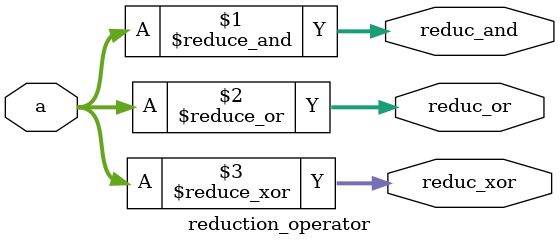
<source format=v>


module reduction_operator(
	input [3:0]a, // 4 bit veriable
	output [3:0]reduc_and, reduc_or, reduc_xor
);
	assign reduc_and = &a;
	assign reduc_or = |a;
	assign reduc_xor = ^a;

endmodule

</source>
